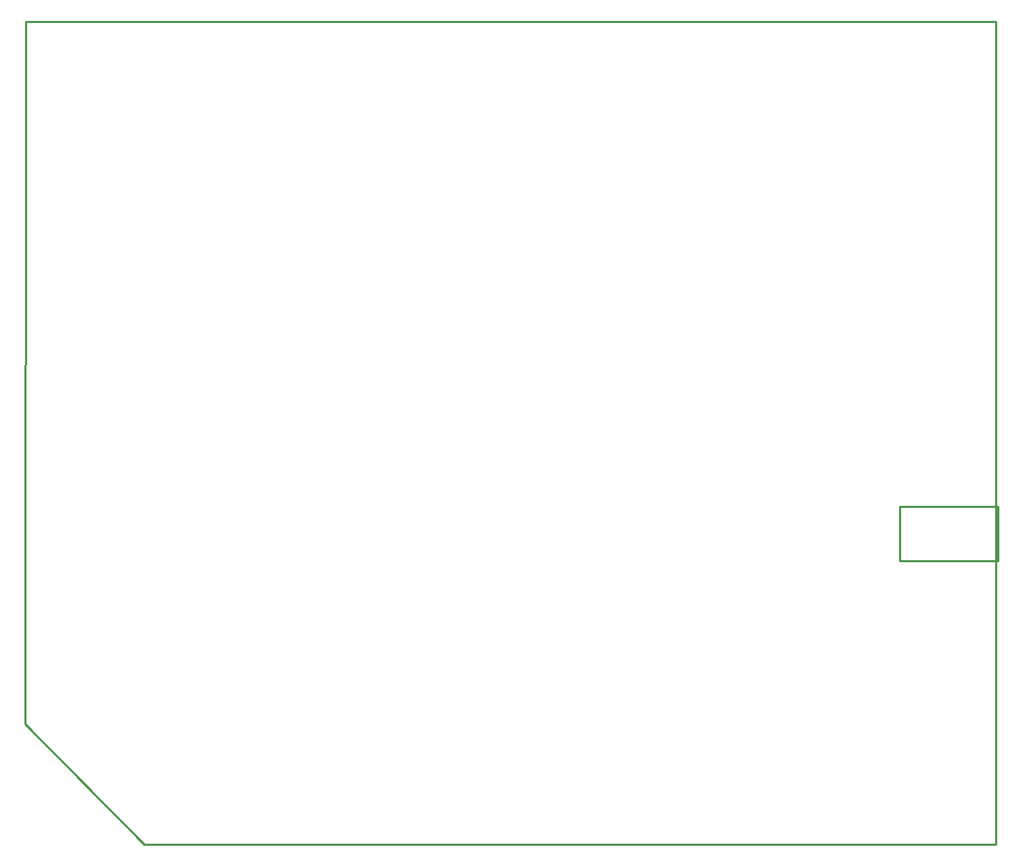
<source format=gko>
G04 Layer: BoardOutline*
G04 EasyEDA v6.4.17, 2021-03-21T20:07:18+01:00*
G04 c47a54ca09f5448bbd9a4779f7b556aa,4df854c6aec24255a39790d4430c752a,10*
G04 Gerber Generator version 0.2*
G04 Scale: 100 percent, Rotated: No, Reflected: No *
G04 Dimensions in millimeters *
G04 leading zeros omitted , absolute positions ,4 integer and 5 decimal *
%FSLAX45Y45*%
%MOMM*%

%ADD10C,0.2540*%
D10*
X698500Y119379D02*
G01*
X698502Y-34909D01*
X2146300Y-1498600D01*
X700026Y8500107D02*
G01*
X12500099Y8500107D01*
X12500099Y-1500126D01*
X2149995Y-1500101D01*
X698500Y99999D02*
G01*
X700026Y8499853D01*
X12522327Y1943100D02*
G01*
X11328527Y1943100D01*
X11328527Y1943100D02*
G01*
X11328527Y2603500D01*
X11328527Y2603500D02*
G01*
X12522327Y2603500D01*
X12522327Y2603500D02*
G01*
X12522327Y1943100D01*

%LPD*%
M02*

</source>
